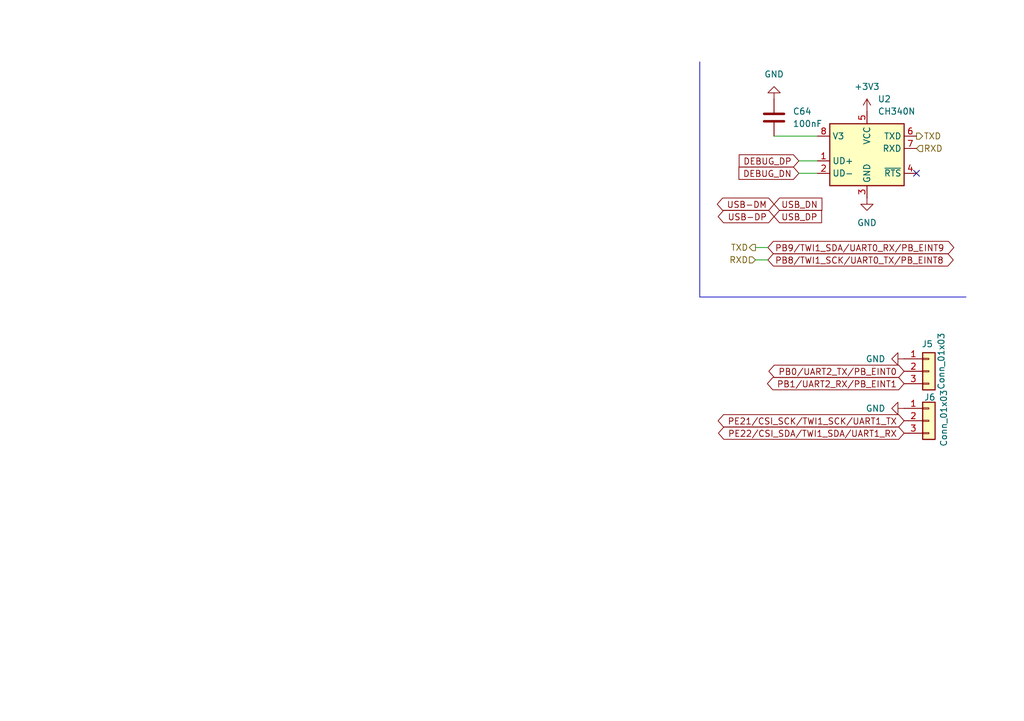
<source format=kicad_sch>
(kicad_sch (version 20250114) (generator "eeschema") (generator_version "9.0")
  (paper "A5")
  (lib_symbols
    (symbol "Connector_Generic:Conn_01x03" (pin_names (offset 1.016) (hide yes))
      (property "Reference" "J" (at 0 5.08 0))
      (property "Value" "Conn_01x03" (at 0 -5.08 0))
      (symbol "Conn_01x03_1_1"
        (rectangle (start -1.27 3.81) (end 1.27 -3.81) (stroke (width 0.254)) (fill (type background)))
        (rectangle (start -1.27 2.667) (end 0 2.413) (stroke (width 0.1524)))
        (rectangle (start -1.27 0.127) (end 0 -0.127) (stroke (width 0.1524)))
        (rectangle (start -1.27 -2.413) (end 0 -2.667) (stroke (width 0.1524)))
        (pin passive line (at -5.08 2.54 0) (length 3.81) (name "Pin_1") (number "1"))
        (pin passive line (at -5.08 0 0) (length 3.81) (name "Pin_2") (number "2"))
        (pin passive line (at -5.08 -2.54 0) (length 3.81) (name "Pin_3") (number "3"))
      )
    )
    (symbol "Device:C" (pin_numbers (hide yes)) (pin_names (offset 0.254))
      (property "Reference" "C" (at 0.635 2.54 0))
      (property "Value" "C" (at 0.635 -2.54 0))
      (symbol "C_0_1"
        (polyline (pts (xy -2.032 0.762) (xy 2.032 0.762)) (stroke (width 0.508)))
        (polyline (pts (xy -2.032 -0.762) (xy 2.032 -0.762)) (stroke (width 0.508)))
      )
      (symbol "C_1_1"
        (pin passive line (at 0 3.81 270) (length 2.794) (name "~") (number "1"))
        (pin passive line (at 0 -3.81 90) (length 2.794) (name "~") (number "2"))
      )
    )
    (symbol "Interface_USB:CH340N"
      (property "Reference" "U" (at -7.62 6.35 0))
      (property "Value" "CH340N" (at 7.62 6.35 0))
      (symbol "CH340N_0_1"
        (rectangle (start -7.62 5.08) (end 7.62 -7.62) (stroke (width 0.254)) (fill (type background)))
      )
      (symbol "CH340N_1_1"
        (pin passive line (at -10.16 2.54 0) (length 2.54) (name "V3") (number "8"))
        (pin bidirectional line (at -10.16 -2.54 0) (length 2.54) (name "UD+") (number "1"))
        (pin bidirectional line (at -10.16 -5.08 0) (length 2.54) (name "UD-") (number "2"))
        (pin power_in line (at 0 7.62 270) (length 2.54) (name "VCC") (number "5"))
        (pin power_in line (at 0 -10.16 90) (length 2.54) (name "GND") (number "3"))
        (pin output line (at 10.16 2.54 180) (length 2.54) (name "TXD") (number "6"))
        (pin input line (at 10.16 0 180) (length 2.54) (name "RXD") (number "7"))
        (pin output line (at 10.16 -5.08 180) (length 2.54) (name "~{RTS}") (number "4"))
      )
    )
    (symbol "power:+3V3" (power) (pin_numbers (hide yes)) (pin_names (offset 0) (hide yes))
      (property "Value" "+3V3" (at 0 3.556 0))
      (symbol "+3V3_0_1"
        (polyline (pts (xy -0.762 1.27) (xy 0 2.54)))
        (polyline (pts (xy 0 2.54) (xy 0.762 1.27)))
        (polyline (pts (xy 0 0) (xy 0 2.54)))
      )
      (symbol "+3V3_1_1"
        (pin power_in line (at 0 0 90) (length 0) (name "~") (number "1"))
      )
    )
    (symbol "power:GND" (power) (pin_numbers (hide yes)) (pin_names (offset 0) (hide yes))
      (property "Value" "GND" (at 0 -3.81 0))
      (symbol "GND_0_1"
        (polyline (pts (xy 0 0) (xy 0 -1.27) (xy 1.27 -1.27) (xy 0 -2.54) (xy -1.27 -1.27) (xy 0 -1.27)))
      )
      (symbol "GND_1_1"
        (pin power_in line (at 0 0 270) (length 0) (name "~") (number "1"))
      )
    )
  )
  (no_connect (at 187.96 35.56))
  (wire (pts (xy 154.94 53.34) (xy 157.48 53.34)))
  (polyline (pts (xy 143.51 12.7) (xy 143.51 60.96)))
  (wire (pts (xy 163.83 33.02) (xy 167.64 33.02)))
  (wire (pts (xy 163.83 35.56) (xy 167.64 35.56)))
  (polyline (pts (xy 143.51 60.96) (xy 198.12 60.96)))
  (wire (pts (xy 154.94 50.8) (xy 157.48 50.8)))
  (wire (pts (xy 158.75 27.94) (xy 167.64 27.94)))
  (global_label "DEBUG_DN" (shape input) (at 163.83 35.56 180) (property "Intersheetrefs" "${INTERSHEET_REFS}" (effects (hide yes))))
  (global_label "PE22/CSI_SDA/TWI1_SDA/UART1_RX" (shape bidirectional) (at 185.42 88.9 180) (property "Intersheetrefs" "${INTERSHEET_REFS}" (effects (hide yes))))
  (global_label "PB9/TWI1_SDA/UART0_RX/PB_EINT9" (shape bidirectional) (at 157.48 50.8 0) (property "Intersheetrefs" "${INTERSHEET_REFS}" (effects (hide yes))))
  (global_label "USB_DN" (shape input) (at 158.75 41.91 0) (property "Intersheetrefs" "${INTERSHEET_REFS}" (effects (hide yes))))
  (global_label "PE21/CSI_SCK/TWI1_SCK/UART1_TX" (shape bidirectional) (at 185.42 86.36 180) (property "Intersheetrefs" "${INTERSHEET_REFS}" (effects (hide yes))))
  (global_label "USB_DP" (shape input) (at 158.75 44.45 0) (property "Intersheetrefs" "${INTERSHEET_REFS}" (effects (hide yes))))
  (global_label "PB1/UART2_RX/PB_EINT1" (shape bidirectional) (at 185.42 78.74 180) (property "Intersheetrefs" "${INTERSHEET_REFS}" (effects (hide yes))))
  (global_label "DEBUG_DP" (shape input) (at 163.83 33.02 180) (property "Intersheetrefs" "${INTERSHEET_REFS}" (effects (hide yes))))
  (global_label "PB0/UART2_TX/PB_EINT0" (shape bidirectional) (at 185.42 76.2 180) (property "Intersheetrefs" "${INTERSHEET_REFS}" (effects (hide yes))))
  (global_label "USB-DP" (shape bidirectional) (at 158.75 44.45 180) (property "Intersheetrefs" "${INTERSHEET_REFS}" (effects (hide yes))))
  (global_label "PB8/TWI1_SCK/UART0_TX/PB_EINT8" (shape bidirectional) (at 157.48 53.34 0) (property "Intersheetrefs" "${INTERSHEET_REFS}" (effects (hide yes))))
  (global_label "USB-DM" (shape bidirectional) (at 158.75 41.91 180) (property "Intersheetrefs" "${INTERSHEET_REFS}" (effects (hide yes))))
  (hierarchical_label "RXD" (shape input) (at 187.96 30.48 0))
  (hierarchical_label "TXD" (shape output) (at 187.96 27.94 0))
  (hierarchical_label "TXD" (shape output) (at 154.94 50.8 180))
  (hierarchical_label "RXD" (shape input) (at 154.94 53.34 180))
  (symbol (lib_id "power:+3V3") (at 177.8 22.86 0) (unit 1)
    (property "Reference" "#PWR0155" (effects (hide yes)))
    (property "Value" "+3V3" (at 177.8 17.78 0))
    (property "Description" "Power symbol creates a global label with name \"+3V3\"" (effects (hide yes)))
  )
  (symbol (lib_id "Connector_Generic:Conn_01x03") (at 190.5 76.2 0) (unit 1)
    (property "Reference" "J5" (at 188.976 70.612 0) (effects (justify left)))
    (property "Value" "Conn_01x03" (at 193.04 80.01 90) (effects (justify left)))
    (property "Footprint" "Connector_PinSocket_2.54mm:PinSocket_1x03_P2.54mm_Vertical" (effects (hide yes)))
    (property "Description" "Generic connector, single row, 01x03, script generated (kicad-library-utils/schlib/autogen/connector/)" (effects (hide yes)))
  )
  (symbol (lib_id "power:GND") (at 158.75 20.32 180) (unit 1)
    (property "Reference" "#PWR0153" (effects (hide yes)))
    (property "Value" "GND" (at 158.75 15.24 0))
    (property "Description" "Power symbol creates a global label with name \"GND\" , ground" (effects (hide yes)))
  )
  (symbol (lib_id "power:GND") (at 177.8 40.64 0) (unit 1)
    (property "Reference" "#PWR0154" (effects (hide yes)))
    (property "Value" "GND" (at 177.8 45.72 0))
    (property "Description" "Power symbol creates a global label with name \"GND\" , ground" (effects (hide yes)))
  )
  (symbol (lib_id "power:GND") (at 185.42 83.82 270) (unit 1)
    (property "Reference" "#PWR0157" (effects (hide yes)))
    (property "Value" "GND" (at 181.61 83.8199 90) (effects (justify right)))
    (property "Description" "Power symbol creates a global label with name \"GND\" , ground" (effects (hide yes)))
  )
  (symbol (lib_id "Device:C") (at 158.75 24.13 0) (unit 1)
    (property "Reference" "C64" (at 162.56 22.8599 0) (effects (justify left)))
    (property "Value" "100nF" (at 162.56 25.3999 0) (effects (justify left)))
    (property "Footprint" "Capacitor_SMD:C_0603_1608Metric" (effects (hide yes)))
    (property "Description" "Unpolarized capacitor" (effects (hide yes)))
  )
  (symbol (lib_id "power:GND") (at 185.42 73.66 270) (unit 1)
    (property "Reference" "#PWR0156" (effects (hide yes)))
    (property "Value" "GND" (at 181.61 73.6599 90) (effects (justify right)))
    (property "Description" "Power symbol creates a global label with name \"GND\" , ground" (effects (hide yes)))
  )
  (symbol (lib_id "Interface_USB:CH340N") (at 177.8 30.48 0) (unit 1)
    (property "Reference" "U2" (at 179.9941 20.32 0) (effects (justify left)))
    (property "Value" "CH340N" (at 179.9941 22.86 0) (effects (justify left)))
    (property "Footprint" "Package_SO:SOP-8_3.9x4.9mm_P1.27mm" (effects (hide yes)))
    (property "Datasheet" "https://aitendo3.sakura.ne.jp/aitendo_data/product_img/ic/inteface/CH340N/ch340n.pdf" (effects (hide yes)))
    (property "Description" "USB serial converter, 2Mbps, UART, SOP-8" (effects (hide yes)))
  )
  (symbol (lib_id "Connector_Generic:Conn_01x03") (at 190.5 86.36 0) (unit 1)
    (property "Reference" "J6" (at 189.484 81.534 0) (effects (justify left)))
    (property "Value" "Conn_01x03" (at 193.548 91.694 90) (effects (justify left)))
    (property "Footprint" "Connector_PinSocket_2.54mm:PinSocket_1x03_P2.54mm_Vertical" (effects (hide yes)))
    (property "Description" "Generic connector, single row, 01x03, script generated (kicad-library-utils/schlib/autogen/connector/)" (effects (hide yes)))
  )
)
</source>
